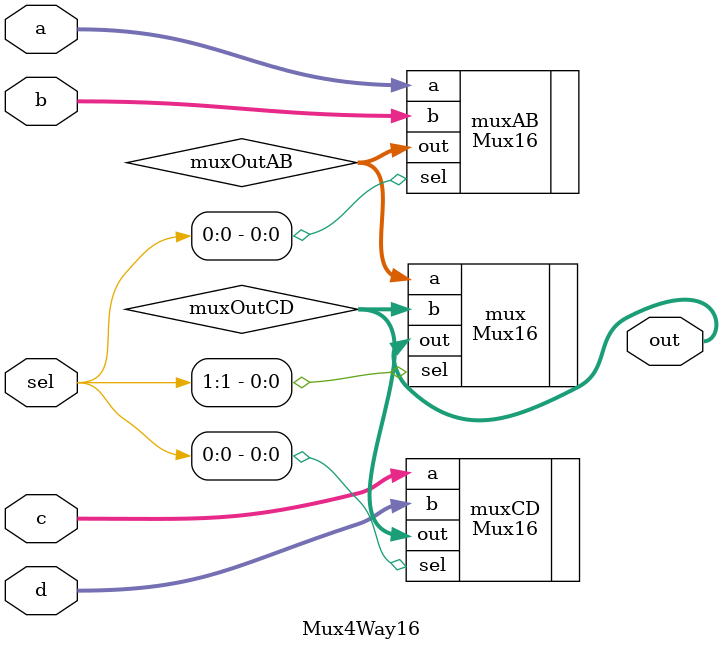
<source format=sv>
`default_nettype none
module Mux4Way16(
	input wire[15:0] a,			// 値a
	input wire[15:0] b,			// 値b
	input wire[15:0] c,			// 値b
	input wire[15:0] d,			// 値b
	input wire[1:0] sel,		// セレクタ
	output wire[15:0] out);		// out

	wire[15:0] muxOutAB,muxOutCD;
	Mux16 muxAB(.a(a), .b(b), .sel(sel[0]), .out(muxOutAB));
	Mux16 muxCD(.a(c), .b(d), .sel(sel[0]), .out(muxOutCD));

	Mux16 mux(.a(muxOutAB), .b(muxOutCD), .sel(sel[1]), .out(out));
endmodule

</source>
